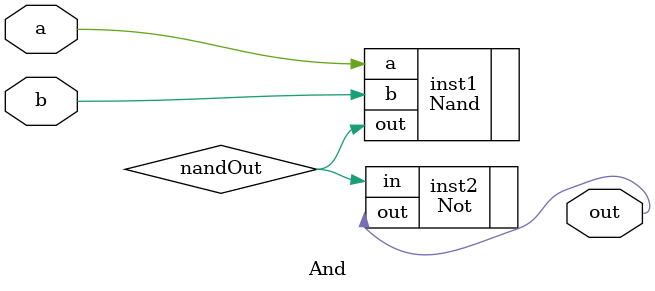
<source format=v>
module And (
    input a,
    input b,
    output out
);
    wire nandOut;

    Nand inst1 (.a(a), .b(b), .out(nandOut));
    Not  inst2 (.in(nandOut), .out(out));
endmodule
</source>
